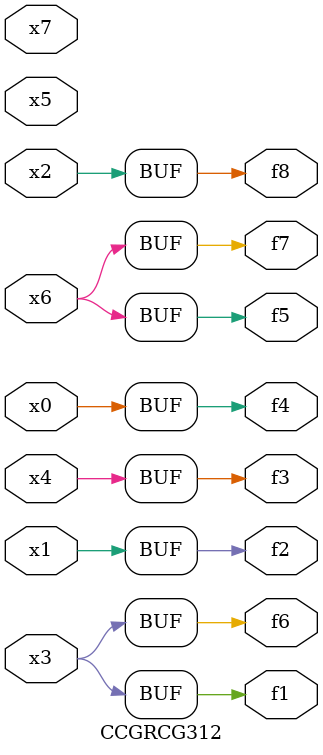
<source format=v>
module CCGRCG312(
	input x0, x1, x2, x3, x4, x5, x6, x7,
	output f1, f2, f3, f4, f5, f6, f7, f8
);
	assign f1 = x3;
	assign f2 = x1;
	assign f3 = x4;
	assign f4 = x0;
	assign f5 = x6;
	assign f6 = x3;
	assign f7 = x6;
	assign f8 = x2;
endmodule

</source>
